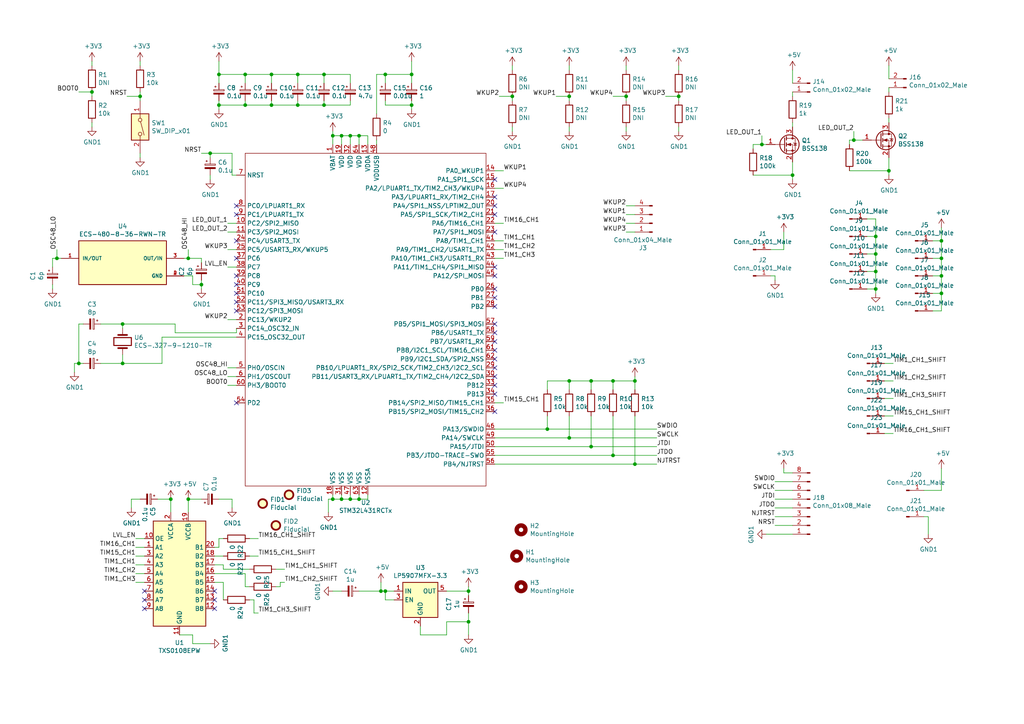
<source format=kicad_sch>
(kicad_sch (version 20231120) (generator "eeschema") (generator_version "8.0")
  (paper "A4")
  (junction (at 119.38 30.48))
  (junction (at 49.53 144.78))
  (junction (at 165.1 110.49))
  (junction (at 26.67 26.67))
  (junction (at 273.05 80.01))
  (junction (at 35.56 93.98))
  (junction (at 93.98 21.59))
  (junction (at 104.14 144.78))
  (junction (at 63.5 30.48))
  (junction (at 96.52 144.78))
  (junction (at 135.89 180.34))
  (junction (at 96.52 39.37))
  (junction (at 93.98 30.48))
  (junction (at 58.42 82.55))
  (junction (at 78.74 30.48))
  (junction (at 184.15 110.49))
  (junction (at 229.87 50.8))
  (junction (at 181.61 27.94))
  (junction (at 184.15 134.62))
  (junction (at 148.59 27.94))
  (junction (at 273.05 69.85))
  (junction (at 171.45 129.54))
  (junction (at 273.05 85.09))
  (junction (at 171.45 110.49))
  (junction (at 101.6 39.37))
  (junction (at 16.51 74.93))
  (junction (at 196.85 27.94))
  (junction (at 99.06 144.78))
  (junction (at 54.61 74.93))
  (junction (at 254 73.66))
  (junction (at 254 78.74))
  (junction (at 165.1 27.94))
  (junction (at 63.5 21.59))
  (junction (at 165.1 127))
  (junction (at 254 83.82))
  (junction (at 119.38 21.59))
  (junction (at 135.89 171.45))
  (junction (at 158.75 124.46))
  (junction (at 220.98 41.91))
  (junction (at 86.36 21.59))
  (junction (at 54.61 144.78))
  (junction (at 111.76 171.45))
  (junction (at 254 68.58))
  (junction (at 99.06 39.37))
  (junction (at 71.12 21.59))
  (junction (at 257.81 49.53))
  (junction (at 86.36 30.48))
  (junction (at 101.6 144.78))
  (junction (at 111.76 21.59))
  (junction (at 22.86 105.41))
  (junction (at 60.96 44.45))
  (junction (at 177.8 132.08))
  (junction (at 78.74 21.59))
  (junction (at 273.05 74.93))
  (junction (at 104.14 39.37))
  (junction (at 40.64 27.94))
  (junction (at 110.49 171.45))
  (junction (at 35.56 105.41))
  (junction (at 71.12 30.48))
  (junction (at 177.8 110.49))
  (junction (at 247.65 40.64))
  (no_connect (at 143.51 119.38))
  (no_connect (at 143.51 101.6))
  (no_connect (at 143.51 104.14))
  (no_connect (at 68.58 85.09))
  (no_connect (at 62.23 171.45))
  (no_connect (at 143.51 99.06))
  (no_connect (at 143.51 67.31))
  (no_connect (at 68.58 90.17))
  (no_connect (at 62.23 176.53))
  (no_connect (at 68.58 69.85))
  (no_connect (at 143.51 109.22))
  (no_connect (at 143.51 59.69))
  (no_connect (at 68.58 116.84))
  (no_connect (at 68.58 87.63))
  (no_connect (at 68.58 74.93))
  (no_connect (at 143.51 93.98))
  (no_connect (at 68.58 62.23))
  (no_connect (at 41.91 171.45))
  (no_connect (at 143.51 111.76))
  (no_connect (at 143.51 106.68))
  (no_connect (at 143.51 88.9))
  (no_connect (at 143.51 86.36))
  (no_connect (at 41.91 173.99))
  (no_connect (at 68.58 80.01))
  (no_connect (at 68.58 82.55))
  (no_connect (at 143.51 96.52))
  (no_connect (at 143.51 52.07))
  (no_connect (at 143.51 62.23))
  (no_connect (at 143.51 83.82))
  (no_connect (at 68.58 59.69))
  (no_connect (at 143.51 77.47))
  (no_connect (at 143.51 57.15))
  (no_connect (at 62.23 173.99))
  (no_connect (at 143.51 80.01))
  (no_connect (at 41.91 176.53))
  (no_connect (at 143.51 114.3))
  (wire (pts (xy 229.87 52.07) (xy 229.87 50.8)))
  (wire (pts (xy 35.56 93.98) (xy 50.8 93.98)))
  (wire (pts (xy 273.05 74.93) (xy 273.05 69.85)))
  (wire (pts (xy 45.72 144.78) (xy 49.53 144.78)))
  (wire (pts (xy 55.88 82.55) (xy 58.42 82.55)))
  (wire (pts (xy 67.31 44.45) (xy 60.96 44.45)))
  (wire (pts (xy 78.74 24.13) (xy 78.74 21.59)))
  (wire (pts (xy 104.14 144.78) (xy 106.68 144.78)))
  (wire (pts (xy 38.1 147.32) (xy 38.1 144.78)))
  (wire (pts (xy 26.67 27.94) (xy 26.67 26.67)))
  (wire (pts (xy 143.51 134.62) (xy 184.15 134.62)))
  (wire (pts (xy 40.64 19.05) (xy 40.64 17.78)))
  (wire (pts (xy 71.12 30.48) (xy 78.74 30.48)))
  (wire (pts (xy 64.77 173.99) (xy 64.77 168.91)))
  (wire (pts (xy 99.06 143.51) (xy 99.06 144.78)))
  (wire (pts (xy 22.86 105.41) (xy 22.86 93.98)))
  (wire (pts (xy 247.65 40.64) (xy 250.19 40.64)))
  (wire (pts (xy 224.79 139.7) (xy 229.87 139.7)))
  (wire (pts (xy 273.05 142.24) (xy 273.05 135.89)))
  (wire (pts (xy 15.24 74.93) (xy 15.24 77.47)))
  (wire (pts (xy 129.54 180.34) (xy 135.89 180.34)))
  (wire (pts (xy 165.1 113.03) (xy 165.1 110.49)))
  (wire (pts (xy 16.51 72.39) (xy 16.51 74.93)))
  (wire (pts (xy 73.66 173.99) (xy 72.39 173.99)))
  (wire (pts (xy 246.38 41.91) (xy 246.38 40.64)))
  (wire (pts (xy 21.59 105.41) (xy 22.86 105.41)))
  (wire (pts (xy 54.61 72.39) (xy 54.61 74.93)))
  (wire (pts (xy 143.51 129.54) (xy 171.45 129.54)))
  (wire (pts (xy 246.38 40.64) (xy 247.65 40.64)))
  (wire (pts (xy 270.51 90.17) (xy 273.05 90.17)))
  (wire (pts (xy 72.39 156.21) (xy 74.93 156.21)))
  (wire (pts (xy 257.81 49.53) (xy 257.81 45.72)))
  (wire (pts (xy 165.1 20.32) (xy 165.1 19.05)))
  (wire (pts (xy 135.89 180.34) (xy 135.89 184.15)))
  (wire (pts (xy 146.05 72.39) (xy 143.51 72.39)))
  (wire (pts (xy 49.53 148.59) (xy 49.53 144.78)))
  (wire (pts (xy 86.36 24.13) (xy 86.36 21.59)))
  (wire (pts (xy 58.42 83.82) (xy 58.42 82.55)))
  (wire (pts (xy 146.05 74.93) (xy 143.51 74.93)))
  (wire (pts (xy 184.15 134.62) (xy 184.15 120.65)))
  (wire (pts (xy 135.89 171.45) (xy 129.54 171.45)))
  (wire (pts (xy 229.87 154.94) (xy 222.25 154.94)))
  (wire (pts (xy 104.14 39.37) (xy 101.6 39.37)))
  (wire (pts (xy 270.51 80.01) (xy 273.05 80.01)))
  (wire (pts (xy 135.89 180.34) (xy 135.89 177.8)))
  (wire (pts (xy 257.81 26.67) (xy 257.81 25.4)))
  (wire (pts (xy 251.46 83.82) (xy 254 83.82)))
  (wire (pts (xy 177.8 110.49) (xy 184.15 110.49)))
  (wire (pts (xy 40.64 27.94) (xy 40.64 26.67)))
  (wire (pts (xy 181.61 64.77) (xy 184.15 64.77)))
  (wire (pts (xy 146.05 116.84) (xy 143.51 116.84)))
  (wire (pts (xy 135.89 171.45) (xy 135.89 170.18)))
  (wire (pts (xy 86.36 21.59) (xy 93.98 21.59)))
  (wire (pts (xy 96.52 39.37) (xy 96.52 38.1)))
  (wire (pts (xy 177.8 132.08) (xy 143.51 132.08)))
  (wire (pts (xy 62.23 166.37) (xy 71.12 166.37)))
  (wire (pts (xy 114.3 171.45) (xy 111.76 171.45)))
  (wire (pts (xy 95.25 148.59) (xy 95.25 144.78)))
  (wire (pts (xy 229.87 27.94) (xy 229.87 26.67)))
  (wire (pts (xy 93.98 29.21) (xy 93.98 30.48)))
  (wire (pts (xy 177.8 27.94) (xy 181.61 27.94)))
  (wire (pts (xy 254 78.74) (xy 254 73.66)))
  (wire (pts (xy 273.05 90.17) (xy 273.05 85.09)))
  (wire (pts (xy 254 73.66) (xy 254 68.58)))
  (wire (pts (xy 63.5 158.75) (xy 63.5 156.21)))
  (wire (pts (xy 269.24 149.86) (xy 269.24 154.94)))
  (wire (pts (xy 165.1 38.1) (xy 165.1 36.83)))
  (wire (pts (xy 119.38 31.75) (xy 119.38 30.48)))
  (wire (pts (xy 54.61 144.78) (xy 58.42 144.78)))
  (wire (pts (xy 63.5 21.59) (xy 63.5 17.78)))
  (wire (pts (xy 50.8 93.98) (xy 50.8 96.52)))
  (wire (pts (xy 111.76 171.45) (xy 110.49 171.45)))
  (wire (pts (xy 71.12 24.13) (xy 71.12 21.59)))
  (wire (pts (xy 110.49 168.91) (xy 110.49 171.45)))
  (wire (pts (xy 36.83 27.94) (xy 40.64 27.94)))
  (wire (pts (xy 259.08 115.57) (xy 256.54 115.57)))
  (wire (pts (xy 101.6 144.78) (xy 104.14 144.78)))
  (wire (pts (xy 58.42 74.93) (xy 54.61 74.93)))
  (wire (pts (xy 71.12 166.37) (xy 71.12 170.18)))
  (wire (pts (xy 227.33 72.39) (xy 227.33 67.31)))
  (wire (pts (xy 111.76 21.59) (xy 119.38 21.59)))
  (wire (pts (xy 55.88 80.01) (xy 55.88 82.55)))
  (wire (pts (xy 21.59 107.95) (xy 21.59 105.41)))
  (wire (pts (xy 99.06 39.37) (xy 96.52 39.37)))
  (wire (pts (xy 270.51 69.85) (xy 273.05 69.85)))
  (wire (pts (xy 38.1 144.78) (xy 40.64 144.78)))
  (wire (pts (xy 60.96 45.72) (xy 60.96 44.45)))
  (wire (pts (xy 101.6 39.37) (xy 99.06 39.37)))
  (wire (pts (xy 63.5 144.78) (xy 67.31 144.78)))
  (wire (pts (xy 60.96 52.07) (xy 60.96 50.8)))
  (wire (pts (xy 184.15 113.03) (xy 184.15 110.49)))
  (wire (pts (xy 165.1 127) (xy 143.51 127)))
  (wire (pts (xy 109.22 41.91) (xy 109.22 40.64)))
  (wire (pts (xy 54.61 144.78) (xy 54.61 148.59)))
  (wire (pts (xy 223.52 72.39) (xy 227.33 72.39)))
  (wire (pts (xy 184.15 110.49) (xy 184.15 109.22)))
  (wire (pts (xy 66.04 92.71) (xy 68.58 92.71)))
  (wire (pts (xy 101.6 144.78) (xy 101.6 143.51)))
  (wire (pts (xy 111.76 21.59) (xy 111.76 24.13)))
  (wire (pts (xy 196.85 29.21) (xy 196.85 27.94)))
  (wire (pts (xy 63.5 29.21) (xy 63.5 30.48)))
  (wire (pts (xy 109.22 21.59) (xy 111.76 21.59)))
  (wire (pts (xy 229.87 50.8) (xy 218.44 50.8)))
  (wire (pts (xy 22.86 93.98) (xy 24.13 93.98)))
  (wire (pts (xy 129.54 184.15) (xy 129.54 180.34)))
  (wire (pts (xy 111.76 173.99) (xy 111.76 171.45)))
  (wire (pts (xy 58.42 76.2) (xy 58.42 74.93)))
  (wire (pts (xy 259.08 110.49) (xy 256.54 110.49)))
  (wire (pts (xy 273.05 80.01) (xy 273.05 74.93)))
  (wire (pts (xy 119.38 21.59) (xy 119.38 17.78)))
  (wire (pts (xy 121.92 184.15) (xy 129.54 184.15)))
  (wire (pts (xy 39.37 156.21) (xy 41.91 156.21)))
  (wire (pts (xy 46.99 97.79) (xy 46.99 105.41)))
  (wire (pts (xy 106.68 144.78) (xy 106.68 143.51)))
  (wire (pts (xy 196.85 20.32) (xy 196.85 19.05)))
  (wire (pts (xy 257.81 50.8) (xy 257.81 49.53)))
  (wire (pts (xy 101.6 29.21) (xy 101.6 30.48)))
  (wire (pts (xy 109.22 33.02) (xy 109.22 21.59)))
  (wire (pts (xy 144.78 27.94) (xy 148.59 27.94)))
  (wire (pts (xy 63.5 30.48) (xy 63.5 31.75)))
  (wire (pts (xy 251.46 63.5) (xy 254 63.5)))
  (wire (pts (xy 68.58 97.79) (xy 46.99 97.79)))
  (wire (pts (xy 35.56 95.25) (xy 35.56 93.98)))
  (wire (pts (xy 119.38 30.48) (xy 111.76 30.48)))
  (wire (pts (xy 273.05 74.93) (xy 270.51 74.93)))
  (wire (pts (xy 254 83.82) (xy 254 85.09)))
  (wire (pts (xy 39.37 158.75) (xy 41.91 158.75)))
  (wire (pts (xy 80.01 165.1) (xy 82.55 165.1)))
  (wire (pts (xy 66.04 77.47) (xy 68.58 77.47)))
  (wire (pts (xy 66.04 72.39) (xy 68.58 72.39)))
  (wire (pts (xy 247.65 38.1) (xy 247.65 40.64)))
  (wire (pts (xy 101.6 30.48) (xy 93.98 30.48)))
  (wire (pts (xy 55.88 186.69) (xy 55.88 184.15)))
  (wire (pts (xy 63.5 21.59) (xy 71.12 21.59)))
  (wire (pts (xy 40.64 45.72) (xy 40.64 44.45)))
  (wire (pts (xy 74.93 177.8) (xy 73.66 177.8)))
  (wire (pts (xy 269.24 149.86) (xy 267.97 149.86)))
  (wire (pts (xy 64.77 165.1) (xy 72.39 165.1)))
  (wire (pts (xy 73.66 177.8) (xy 73.66 173.99)))
  (wire (pts (xy 273.05 85.09) (xy 273.05 80.01)))
  (wire (pts (xy 146.05 69.85) (xy 143.51 69.85)))
  (wire (pts (xy 110.49 171.45) (xy 104.14 171.45)))
  (wire (pts (xy 101.6 21.59) (xy 93.98 21.59)))
  (wire (pts (xy 119.38 29.21) (xy 119.38 30.48)))
  (wire (pts (xy 26.67 19.05) (xy 26.67 17.78)))
  (wire (pts (xy 67.31 50.8) (xy 67.31 44.45)))
  (wire (pts (xy 254 73.66) (xy 251.46 73.66)))
  (wire (pts (xy 16.51 74.93) (xy 15.24 74.93)))
  (wire (pts (xy 227.33 137.16) (xy 227.33 135.89)))
  (wire (pts (xy 229.87 137.16) (xy 227.33 137.16)))
  (wire (pts (xy 158.75 124.46) (xy 190.5 124.46)))
  (wire (pts (xy 62.23 163.83) (xy 64.77 163.83)))
  (wire (pts (xy 193.04 27.94) (xy 196.85 27.94)))
  (wire (pts (xy 54.61 74.93) (xy 53.34 74.93)))
  (wire (pts (xy 39.37 163.83) (xy 41.91 163.83)))
  (wire (pts (xy 224.79 81.28) (xy 224.79 80.01)))
  (wire (pts (xy 67.31 147.32) (xy 67.31 144.78)))
  (wire (pts (xy 181.61 59.69) (xy 184.15 59.69)))
  (wire (pts (xy 78.74 21.59) (xy 86.36 21.59)))
  (wire (pts (xy 158.75 124.46) (xy 158.75 120.65)))
  (wire (pts (xy 224.79 80.01) (xy 223.52 80.01)))
  (wire (pts (xy 63.5 30.48) (xy 71.12 30.48)))
  (wire (pts (xy 64.77 168.91) (xy 62.23 168.91)))
  (wire (pts (xy 148.59 29.21) (xy 148.59 27.94)))
  (wire (pts (xy 121.92 181.61) (xy 121.92 184.15)))
  (wire (pts (xy 63.5 156.21) (xy 64.77 156.21)))
  (wire (pts (xy 95.25 144.78) (xy 96.52 144.78)))
  (wire (pts (xy 15.24 83.82) (xy 15.24 82.55)))
  (wire (pts (xy 71.12 170.18) (xy 72.39 170.18)))
  (wire (pts (xy 96.52 171.45) (xy 99.06 171.45)))
  (wire (pts (xy 165.1 110.49) (xy 171.45 110.49)))
  (wire (pts (xy 184.15 134.62) (xy 190.5 134.62)))
  (wire (pts (xy 161.29 27.94) (xy 165.1 27.94)))
  (wire (pts (xy 224.79 144.78) (xy 229.87 144.78)))
  (wire (pts (xy 66.04 109.22) (xy 68.58 109.22)))
  (wire (pts (xy 64.77 161.29) (xy 62.23 161.29)))
  (wire (pts (xy 171.45 129.54) (xy 190.5 129.54)))
  (wire (pts (xy 257.81 49.53) (xy 246.38 49.53)))
  (wire (pts (xy 229.87 50.8) (xy 229.87 46.99)))
  (wire (pts (xy 259.08 105.41) (xy 256.54 105.41)))
  (wire (pts (xy 55.88 184.15) (xy 52.07 184.15)))
  (wire (pts (xy 218.44 41.91) (xy 220.98 41.91)))
  (wire (pts (xy 93.98 21.59) (xy 93.98 24.13)))
  (wire (pts (xy 40.64 29.21) (xy 40.64 27.94)))
  (wire (pts (xy 218.44 43.18) (xy 218.44 41.91)))
  (wire (pts (xy 114.3 173.99) (xy 111.76 173.99)))
  (wire (pts (xy 22.86 26.67) (xy 26.67 26.67)))
  (wire (pts (xy 78.74 30.48) (xy 86.36 30.48)))
  (wire (pts (xy 259.08 120.65) (xy 256.54 120.65)))
  (wire (pts (xy 39.37 161.29) (xy 41.91 161.29)))
  (wire (pts (xy 165.1 120.65) (xy 165.1 127)))
  (wire (pts (xy 39.37 166.37) (xy 41.91 166.37)))
  (wire (pts (xy 104.14 143.51) (xy 104.14 144.78)))
  (wire (pts (xy 50.8 96.52) (xy 68.58 96.52)))
  (wire (pts (xy 224.79 142.24) (xy 229.87 142.24)))
  (wire (pts (xy 35.56 102.87) (xy 35.56 105.41)))
  (wire (pts (xy 82.55 168.91) (xy 81.28 168.91)))
  (wire (pts (xy 224.79 152.4) (xy 229.87 152.4)))
  (wire (pts (xy 68.58 96.52) (xy 68.58 95.25)))
  (wire (pts (xy 66.04 67.31) (xy 68.58 67.31)))
  (wire (pts (xy 259.08 125.73) (xy 256.54 125.73)))
  (wire (pts (xy 196.85 38.1) (xy 196.85 36.83)))
  (wire (pts (xy 22.86 105.41) (xy 24.13 105.41)))
  (wire (pts (xy 171.45 129.54) (xy 171.45 120.65)))
  (wire (pts (xy 177.8 132.08) (xy 190.5 132.08)))
  (wire (pts (xy 181.61 38.1) (xy 181.61 36.83)))
  (wire (pts (xy 74.93 161.29) (xy 72.39 161.29)))
  (wire (pts (xy 29.21 93.98) (xy 35.56 93.98)))
  (wire (pts (xy 17.78 74.93) (xy 16.51 74.93)))
  (wire (pts (xy 143.51 124.46) (xy 158.75 124.46)))
  (wire (pts (xy 99.06 144.78) (xy 101.6 144.78)))
  (wire (pts (xy 78.74 30.48) (xy 78.74 29.21)))
  (wire (pts (xy 135.89 172.72) (xy 135.89 171.45)))
  (wire (pts (xy 81.28 170.18) (xy 80.01 170.18)))
  (wire (pts (xy 26.67 36.83) (xy 26.67 35.56)))
  (wire (pts (xy 165.1 127) (xy 190.5 127)))
  (wire (pts (xy 229.87 24.13) (xy 229.87 20.32)))
  (wire (pts (xy 71.12 21.59) (xy 78.74 21.59)))
  (wire (pts (xy 106.68 39.37) (xy 104.14 39.37)))
  (wire (pts (xy 229.87 36.83) (xy 229.87 35.56)))
  (wire (pts (xy 257.81 22.86) (xy 257.81 19.05)))
  (wire (pts (xy 181.61 62.23) (xy 184.15 62.23)))
  (wire (pts (xy 66.04 64.77) (xy 68.58 64.77)))
  (wire (pts (xy 254 78.74) (xy 254 83.82)))
  (wire (pts (xy 267.97 142.24) (xy 273.05 142.24)))
  (wire (pts (xy 158.75 110.49) (xy 165.1 110.49)))
  (wire (pts (xy 93.98 30.48) (xy 86.36 30.48)))
  (wire (pts (xy 58.42 82.55) (xy 58.42 81.28)))
  (wire (pts (xy 63.5 24.13) (xy 63.5 21.59)))
  (wire (pts (xy 257.81 35.56) (xy 257.81 34.29)))
  (wire (pts (xy 60.96 44.45) (xy 58.42 44.45)))
  (wire (pts (xy 41.91 168.91) (xy 39.37 168.91)))
  (wire (pts (xy 220.98 41.91) (xy 222.25 41.91)))
  (wire (pts (xy 220.98 39.37) (xy 220.98 41.91)))
  (wire (pts (xy 270.51 85.09) (xy 273.05 85.09)))
  (wire (pts (xy 146.05 49.53) (xy 143.51 49.53)))
  (wire (pts (xy 29.21 105.41) (xy 35.56 105.41)))
  (wire (pts (xy 177.8 113.03) (xy 177.8 110.49)))
  (wire (pts (xy 177.8 110.49) (xy 171.45 110.49)))
  (wire (pts (xy 106.68 41.91) (xy 106.68 39.37)))
  (wire (pts (xy 158.75 113.03) (xy 158.75 110.49)))
  (wire (pts (xy 251.46 78.74) (xy 254 78.74)))
  (wire (pts (xy 62.23 158.75) (xy 63.5 158.75)))
  (wire (pts (xy 96.52 41.91) (xy 96.52 39.37)))
  (wire (pts (xy 53.34 80.01) (xy 55.88 80.01)))
  (wire (pts (xy 171.45 110.49) (xy 171.45 113.03)))
  (wire (pts (xy 181.61 20.32) (xy 181.61 19.05)))
  (wire (pts (xy 71.12 30.48) (xy 71.12 29.21)))
  (wire (pts (xy 224.79 149.86) (xy 229.87 149.86)))
  (wire (pts (xy 60.96 186.69) (xy 55.88 186.69)))
  (wire (pts (xy 96.52 144.78) (xy 99.06 144.78)))
  (wire (pts (xy 146.05 54.61) (xy 143.51 54.61)))
  (wire (pts (xy 165.1 29.21) (xy 165.1 27.94)))
  (wire (pts (xy 81.28 168.91) (xy 81.28 170.18)))
  (wire (pts (xy 224.79 147.32) (xy 229.87 147.32)))
  (wire (pts (xy 111.76 29.21) (xy 111.76 30.48)))
  (wire (pts (xy 181.61 29.21) (xy 181.61 27.94)))
  (wire (pts (xy 66.04 111.76) (xy 68.58 111.76)))
  (wire (pts (xy 181.61 67.31) (xy 184.15 67.31)))
  (wire (pts (xy 68.58 50.8) (xy 67.31 50.8)))
  (wire (pts (xy 66.04 106.68) (xy 68.58 106.68)))
  (wire (pts (xy 119.38 24.13) (xy 119.38 21.59)))
  (wire (pts (xy 148.59 20.32) (xy 148.59 19.05)))
  (wire (pts (xy 148.59 38.1) (xy 148.59 36.83)))
  (wire (pts (xy 96.52 144.78) (xy 96.52 143.51)))
  (wire (pts (xy 64.77 163.83) (xy 64.77 165.1)))
  (wire (pts (xy 101.6 41.91) (xy 101.6 39.37)))
  (wire (pts (xy 99.06 41.91) (xy 99.06 39.37)))
  (wire (pts (xy 146.05 64.77) (xy 143.51 64.77)))
  (wire (pts (xy 251.46 68.58) (xy 254 68.58)))
  (wire (pts (xy 104.14 41.91) (xy 104.14 39.37)))
  (wire (pts (xy 254 63.5) (xy 254 68.58)))
  (wire (pts (xy 46.99 105.41) (xy 35.56 105.41)))
  (wire (pts (xy 101.6 24.13) (xy 101.6 21.59)))
  (wire (pts (xy 86.36 30.48) (xy 86.36 29.21)))
  (wire (pts (xy 273.05 69.85) (xy 273.05 66.04)))
  (wire (pts (xy 177.8 132.08) (xy 177.8 120.65)))
  (label "TIM1_CH1" (at 39.37 163.83 180))
  (label "LVL_EN" (at 66.04 77.47 180))
  (label "TIM1_CH1" (at 146.05 69.85 0))
  (label "TIM1_CH2" (at 146.05 72.39 0))
  (label "WKUP3" (at 181.61 67.31 180))
  (label "NRST" (at 224.79 152.4 180))
  (label "WKUP2" (at 144.78 27.94 180))
  (label "SWDIO" (at 224.79 139.7 180))
  (label "LED_OUT_1" (at 66.04 64.77 180))
  (label "WKUP4" (at 181.61 64.77 180))
  (label "TIM15_CH1_SHIFT" (at 74.93 161.29 0))
  (label "TIM1_CH1_SHIFT" (at 259.08 105.41 0))
  (label "TIM1_CH3" (at 146.05 74.93 0))
  (label "TIM15_CH1_SHIFT" (at 259.08 120.65 0))
  (label "OSC48_HI" (at 54.61 72.39 90))
  (label "TIM1_CH3_SHIFT" (at 259.08 115.57 0))
  (label "WKUP1" (at 146.05 49.53 0))
  (label "WKUP2" (at 181.61 59.69 180))
  (label "TIM1_CH1_SHIFT" (at 82.55 165.1 0))
  (label "WKUP4" (at 177.8 27.94 180))
  (label "NJTRST" (at 190.5 134.62 0))
  (label "WKUP1" (at 161.29 27.94 180))
  (label "JTDO" (at 224.79 147.32 180))
  (label "WKUP3" (at 66.04 72.39 180))
  (label "JTDI" (at 190.5 129.54 0))
  (label "LVL_EN" (at 39.37 156.21 180))
  (label "TIM15_CH1" (at 146.05 116.84 0))
  (label "JTDO" (at 190.5 132.08 0))
  (label "SWDIO" (at 190.5 124.46 0))
  (label "LED_OUT_2" (at 66.04 67.31 180))
  (label "NJTRST" (at 224.79 149.86 180))
  (label "NRST" (at 58.42 44.45 180))
  (label "LED_OUT_1" (at 220.98 39.37 180))
  (label "TIM15_CH1" (at 39.37 161.29 180))
  (label "WKUP4" (at 146.05 54.61 0))
  (label "SWCLK" (at 224.79 142.24 180))
  (label "TIM1_CH3_SHIFT" (at 74.93 177.8 0))
  (label "TIM16_CH1" (at 39.37 158.75 180))
  (label "WKUP3" (at 193.04 27.94 180))
  (label "WKUP2" (at 66.04 92.71 180))
  (label "JTDI" (at 224.79 144.78 180))
  (label "BOOT0" (at 66.04 111.76 180))
  (label "TIM1_CH2_SHIFT" (at 259.08 110.49 0))
  (label "LED_OUT_2" (at 247.65 38.1 180))
  (label "OSC48_LO" (at 66.04 109.22 180))
  (label "TIM1_CH2_SHIFT" (at 82.55 168.91 0))
  (label "SWCLK" (at 190.5 127 0))
  (label "BOOT0" (at 22.86 26.67 180))
  (label "TIM1_CH3" (at 39.37 168.91 180))
  (label "OSC48_HI" (at 66.04 106.68 180))
  (label "TIM16_CH1_SHIFT" (at 259.08 125.73 0))
  (label "TIM16_CH1" (at 146.05 64.77 0))
  (label "TIM16_CH1_SHIFT" (at 74.93 156.21 0))
  (label "OSC48_LO" (at 16.51 72.39 90))
  (label "NRST" (at 36.83 27.94 180))
  (label "TIM1_CH2" (at 39.37 166.37 180))
  (label "WKUP1" (at 181.61 62.23 180))
  (symbol (lib_id "small_led_driver_v2-rescue:STM32L431RCTx-MCU_ST_STM32L4") (at 80.01 71.12 0) (unit 1)
    (property "Reference" "U2" (at 106.045 145.7706 0))
    (property "Value" "STM32L431RCTx" (at 106.045 148.082 0))
    (property "Footprint" "Package_QFP:LQFP-64_10x10mm_P0.5mm" (effects (hide yes)))
    (property "Datasheet" "http://www.st.com/st-web-ui/static/active/en/resource/technical/document/datasheet/DM00257211.pdf" (effects (hide yes)))
  )
  (symbol (lib_id "small_led_driver_v2-rescue:CP_Small-Device") (at 63.5 26.67 0) (unit 1)
    (property "Reference" "C8" (at 65.7352 25.5016 0) (effects (justify left)))
    (property "Value" "0.1u" (at 65.7352 27.813 0) (effects (justify left)))
    (property "Footprint" "Capacitor_SMD:C_0603_1608Metric_Pad1.05x0.95mm_HandSolder" (effects (hide yes)))
  )
  (symbol (lib_id "small_led_driver_v2-rescue:CP_Small-Device") (at 71.12 26.67 0) (unit 1)
    (property "Reference" "C9" (at 73.3552 25.5016 0) (effects (justify left)))
    (property "Value" "0.1u" (at 73.3552 27.813 0) (effects (justify left)))
    (property "Footprint" "Capacitor_SMD:C_0603_1608Metric_Pad1.05x0.95mm_HandSolder" (effects (hide yes)))
  )
  (symbol (lib_id "small_led_driver_v2-rescue:CP_Small-Device") (at 78.74 26.67 0) (unit 1)
    (property "Reference" "C10" (at 80.9752 25.5016 0) (effects (justify left)))
    (property "Value" "0.1u" (at 80.9752 27.813 0) (effects (justify left)))
    (property "Footprint" "Capacitor_SMD:C_0603_1608Metric_Pad1.05x0.95mm_HandSolder" (effects (hide yes)))
  )
  (symbol (lib_id "small_led_driver_v2-rescue:CP_Small-Device") (at 86.36 26.67 0) (unit 1)
    (property "Reference" "C11" (at 88.5952 25.5016 0) (effects (justify left)))
    (property "Value" "0.1u" (at 88.5952 27.813 0) (effects (justify left)))
    (property "Footprint" "Capacitor_SMD:C_0603_1608Metric_Pad1.05x0.95mm_HandSolder" (effects (hide yes)))
  )
  (symbol (lib_id "small_led_driver_v2-rescue:CP_Small-Device") (at 93.98 26.67 0) (unit 1)
    (property "Reference" "C12" (at 96.2152 25.5016 0) (effects (justify left)))
    (property "Value" "0.1u" (at 96.2152 27.813 0) (effects (justify left)))
    (property "Footprint" "Capacitor_SMD:C_0603_1608Metric_Pad1.05x0.95mm_HandSolder" (effects (hide yes)))
  )
  (symbol (lib_id "small_led_driver_v2-rescue:CP_Small-Device") (at 101.6 26.67 0) (unit 1)
    (property "Reference" "C13" (at 103.8352 25.5016 0) (effects (justify left)))
    (property "Value" "4.7u" (at 103.8352 27.813 0) (effects (justify left)))
    (property "Footprint" "Capacitor_SMD:C_0603_1608Metric_Pad1.05x0.95mm_HandSolder" (effects (hide yes)))
  )
  (symbol (lib_id "small_led_driver_v2-rescue:GND1-power") (at 63.5 31.75 0) (unit 1)
    (property "Reference" "#PWR0101" (effects (hide yes)))
    (property "Value" "GND1" (at 63.627 36.1442 0))
  )
  (symbol (lib_id "small_led_driver_v2-rescue:+3.3V-power") (at 63.5 17.78 0) (unit 1)
    (property "Reference" "#PWR0102" (effects (hide yes)))
    (property "Value" "+3V3" (at 63.881 13.3858 0))
  )
  (symbol (lib_id "small_led_driver_v2-rescue:CP_Small-Device") (at 111.76 26.67 0) (unit 1)
    (property "Reference" "C15" (at 113.9952 25.5016 0) (effects (justify left)))
    (property "Value" "0.01u" (at 113.9952 27.813 0) (effects (justify left)))
    (property "Footprint" "Capacitor_SMD:C_0603_1608Metric_Pad1.05x0.95mm_HandSolder" (effects (hide yes)))
  )
  (symbol (lib_id "small_led_driver_v2-rescue:CP_Small-Device") (at 119.38 26.67 0) (unit 1)
    (property "Reference" "C16" (at 121.6152 25.5016 0) (effects (justify left)))
    (property "Value" "1" (at 121.6152 27.813 0) (effects (justify left)))
    (property "Footprint" "Capacitor_SMD:C_0603_1608Metric_Pad1.05x0.95mm_HandSolder" (effects (hide yes)))
  )
  (symbol (lib_id "small_led_driver_v2-rescue:GND1-power") (at 119.38 31.75 0) (unit 1)
    (property "Reference" "#PWR0103" (effects (hide yes)))
    (property "Value" "GND1" (at 119.507 36.1442 0))
  )
  (symbol (lib_id "small_led_driver_v2-rescue:+3.3V-power") (at 119.38 17.78 0) (unit 1)
    (property "Reference" "#PWR0104" (effects (hide yes)))
    (property "Value" "+3V3" (at 119.761 13.3858 0))
  )
  (symbol (lib_id "small_led_driver_v2-rescue:GND1-power") (at 95.25 148.59 0) (unit 1)
    (property "Reference" "#PWR0105" (effects (hide yes)))
    (property "Value" "GND1" (at 95.377 152.9842 0))
  )
  (symbol (lib_id "small_led_driver_v2-rescue:+3.3V-power") (at 96.52 38.1 0) (unit 1)
    (property "Reference" "#PWR0106" (effects (hide yes)))
    (property "Value" "+3V3" (at 96.901 33.7058 0))
  )
  (symbol (lib_id "Device:R") (at 109.22 36.83 0) (unit 1)
    (property "Reference" "R4" (at 110.998 35.6616 0) (effects (justify left)))
    (property "Value" "0" (at 110.998 37.973 0) (effects (justify left)))
    (property "Footprint" "Resistor_SMD:R_0603_1608Metric_Pad1.05x0.95mm_HandSolder" (effects (hide yes)))
  )
  (symbol (lib_id "small_led_driver_v2-rescue:CP_Small-Device") (at 60.96 48.26 0) (unit 1)
    (property "Reference" "C6" (at 63.1952 47.0916 0) (effects (justify left)))
    (property "Value" "0.1u" (at 63.1952 49.403 0) (effects (justify left)))
    (property "Footprint" "Capacitor_SMD:C_0603_1608Metric_Pad1.05x0.95mm_HandSolder" (effects (hide yes)))
  )
  (symbol (lib_id "small_led_driver_v2-rescue:Conn_01x01_Male-Connector") (at 265.43 69.85 0) (unit 1)
    (property "Reference" "J5" (at 268.1732 65.2526 0))
    (property "Value" "Conn_01x01_Male" (at 268.1732 67.564 0))
    (property "Footprint" "Connector_Pin:Pin_D1.3mm_L11.0mm" (effects (hide yes)))
  )
  (symbol (lib_id "small_led_driver_v2-rescue:GND1-power") (at 60.96 52.07 0) (unit 1)
    (property "Reference" "#PWR0107" (effects (hide yes)))
    (property "Value" "GND1" (at 61.087 56.4642 0))
  )
  (symbol (lib_id "Switch:SW_DIP_x01") (at 40.64 36.83 270) (unit 1)
    (property "Reference" "SW1" (at 43.942 35.6616 90) (effects (justify left)))
    (property "Value" "SW_DIP_x01" (at 43.942 37.973 90) (effects (justify left)))
    (property "Footprint" "Connector_PinHeader_2.54mm:PinHeader_1x02_P2.54mm_Vertical" (effects (hide yes)))
  )
  (symbol (lib_id "small_led_driver_v2-rescue:GND1-power") (at 40.64 45.72 0) (unit 1)
    (property "Reference" "#PWR0108" (effects (hide yes)))
    (property "Value" "GND1" (at 40.767 50.1142 0))
  )
  (symbol (lib_id "Device:R") (at 40.64 22.86 0) (unit 1)
    (property "Reference" "R3" (at 42.418 21.6916 0) (effects (justify left)))
    (property "Value" "10k" (at 42.418 24.003 0) (effects (justify left)))
    (property "Footprint" "Resistor_SMD:R_0603_1608Metric_Pad1.05x0.95mm_HandSolder" (effects (hide yes)))
  )
  (symbol (lib_id "small_led_driver_v2-rescue:+3.3V-power") (at 40.64 17.78 0) (unit 1)
    (property "Reference" "#PWR0109" (effects (hide yes)))
    (property "Value" "+3V3" (at 41.021 13.3858 0))
  )
  (symbol (lib_id "Device:Crystal") (at 35.56 99.06 270) (unit 1)
    (property "Reference" "U6" (at 38.8874 97.8916 90) (effects (justify left)))
    (property "Value" "ECS-.327-9-1210-TR" (at 38.8874 100.203 90) (effects (justify left)))
    (property "Footprint" "ECS-:XTAL_ECS-.327-9-1210-TR" (effects (hide yes)))
  )
  (symbol (lib_id "small_led_driver_v2-rescue:CP_Small-Device") (at 26.67 93.98 270) (unit 1)
    (property "Reference" "C3" (at 26.67 88.265 90))
    (property "Value" "8p" (at 26.67 90.5764 90))
    (property "Footprint" "Capacitor_SMD:C_0603_1608Metric_Pad1.05x0.95mm_HandSolder" (effects (hide yes)))
  )
  (symbol (lib_id "small_led_driver_v2-rescue:Conn_01x08_Male-Connector") (at 234.95 147.32 180) (unit 1)
    (property "Reference" "J18" (at 235.6612 144.3228 0) (effects (justify right)))
    (property "Value" "Conn_01x08_Male" (at 235.6612 146.6342 0) (effects (justify right)))
    (property "Footprint" "Connector_PinHeader_2.54mm:PinHeader_2x04_P2.54mm_Vertical" (effects (hide yes)))
  )
  (symbol (lib_id "small_led_driver_v2-rescue:CP_Small-Device") (at 26.67 105.41 270) (unit 1)
    (property "Reference" "C4" (at 26.67 99.695 90))
    (property "Value" "8p" (at 26.67 102.0064 90))
    (property "Footprint" "Capacitor_SMD:C_0603_1608Metric_Pad1.05x0.95mm_HandSolder" (effects (hide yes)))
  )
  (symbol (lib_id "small_led_driver_v2-rescue:GND1-power") (at 21.59 107.95 0) (unit 1)
    (property "Reference" "#PWR0110" (effects (hide yes)))
    (property "Value" "GND1" (at 21.717 112.3442 0))
  )
  (symbol (lib_id "small_led_driver_v2-rescue:CP_Small-Device") (at 15.24 80.01 0) (unit 1)
    (property "Reference" "C1" (at 9.525 80.01 90))
    (property "Value" "6p" (at 11.8364 80.01 90))
    (property "Footprint" "Capacitor_SMD:C_0603_1608Metric_Pad1.05x0.95mm_HandSolder" (effects (hide yes)))
  )
  (symbol (lib_id "small_led_driver_v2-rescue:CP_Small-Device") (at 58.42 78.74 0) (unit 1)
    (property "Reference" "C2" (at 52.705 78.74 90))
    (property "Value" "6p" (at 55.0164 78.74 90))
    (property "Footprint" "Capacitor_SMD:C_0603_1608Metric_Pad1.05x0.95mm_HandSolder" (effects (hide yes)))
  )
  (symbol (lib_id "small_led_driver_v2-rescue:Conn_01x01_Male-Connector") (at 265.43 74.93 0) (unit 1)
    (property "Reference" "J6" (at 268.1732 70.3326 0))
    (property "Value" "Conn_01x01_Male" (at 268.1732 72.644 0))
    (property "Footprint" "Connector_Pin:Pin_D1.3mm_L11.0mm" (effects (hide yes)))
  )
  (symbol (lib_id "small_led_driver_v2-rescue:GND1-power") (at 222.25 154.94 270) (unit 1)
    (property "Reference" "#PWR01" (effects (hide yes)))
    (property "Value" "GND1" (at 217.8558 155.067 0))
  )
  (symbol (lib_id "Device:R") (at 26.67 22.86 0) (unit 1)
    (property "Reference" "R1" (at 28.448 21.6916 0) (effects (justify left)))
    (property "Value" "DNI" (at 28.448 24.003 0) (effects (justify left)))
    (property "Footprint" "Resistor_SMD:R_0603_1608Metric_Pad1.05x0.95mm_HandSolder" (effects (hide yes)))
  )
  (symbol (lib_id "small_led_driver_v2-rescue:+3.3V-power") (at 26.67 17.78 0) (unit 1)
    (property "Reference" "#PWR0112" (effects (hide yes)))
    (property "Value" "+3V3" (at 27.051 13.3858 0))
  )
  (symbol (lib_id "small_led_driver_v2-rescue:GND1-power") (at 26.67 36.83 0) (unit 1)
    (property "Reference" "#PWR0113" (effects (hide yes)))
    (property "Value" "GND1" (at 26.797 41.2242 0))
  )
  (symbol (lib_id "Device:R") (at 26.67 31.75 0) (unit 1)
    (property "Reference" "R2" (at 28.448 30.5816 0) (effects (justify left)))
    (property "Value" "10k" (at 28.448 32.893 0) (effects (justify left)))
    (property "Footprint" "Resistor_SMD:R_0603_1608Metric_Pad1.05x0.95mm_HandSolder" (effects (hide yes)))
  )
  (symbol (lib_id "small_led_driver_v2-rescue:Conn_01x01_Male-Connector") (at 265.43 80.01 0) (unit 1)
    (property "Reference" "J7" (at 268.1732 75.4126 0))
    (property "Value" "Conn_01x01_Male" (at 268.1732 77.724 0))
    (property "Footprint" "Connector_Pin:Pin_D1.3mm_L11.0mm" (effects (hide yes)))
  )
  (symbol (lib_id "small_led_driver_v2-rescue:Conn_01x01_Male-Connector") (at 265.43 85.09 0) (unit 1)
    (property "Reference" "J8" (at 268.1732 80.4926 0))
    (property "Value" "Conn_01x01_Male" (at 268.1732 82.804 0))
    (property "Footprint" "Connector_Pin:Pin_D1.3mm_L11.0mm" (effects (hide yes)))
  )
  (symbol (lib_id "small_led_driver_v2-rescue:Conn_01x04_Male-Connector") (at 189.23 64.77 180) (unit 1)
    (property "Reference" "J3" (at 186.4868 71.9074 0))
    (property "Value" "Conn_01x04_Male" (at 186.4868 69.596 0))
    (property "Footprint" "Connector_PinHeader_2.54mm:PinHeader_1x04_P2.54mm_Vertical" (effects (hide yes)))
  )
  (symbol (lib_id "small_led_driver_v2-rescue:ECS-480-8-36-RWN-TR-ECS-480-8-36-RWN-TR") (at 35.56 77.47 0) (unit 1)
    (property "Reference" "U4" (at 35.56 65.6082 0))
    (property "Value" "ECS-480-8-36-RWN-TR" (at 35.56 67.9196 0))
    (property "Footprint" "XTAL_ECS-480-8-36-RWN-TR" (effects (hide yes)))
    (property "Description" "ECS INC" (effects (hide yes)))
    (property "DESCRIPTION" "The minature ECX-2236 is a compact SMD Crystal. The industry standard 2.5 x 2.0 x 0.55 mm ceramic package is ideal for today’s SMD manufacturing environment." (effects (hide yes)))
    (property "STANDARD" "Manufacturer Recommendation" (effects (hide yes)))
    (property "MP" "ECX-2236" (effects (hide yes)))
    (property "PACKAGE" "SMD-4 ECX" (effects (hide yes)))
    (property "AVAILABILITY" "Good" (effects (hide yes)))
    (property "PARTREV" "2017" (effects (hide yes)))
  )
  (symbol (lib_id "Device:R") (at 158.75 116.84 0) (unit 1)
    (property "Reference" "R5" (at 160.528 115.6716 0) (effects (justify left)))
    (property "Value" "10k" (at 160.528 117.983 0) (effects (justify left)))
    (property "Footprint" "Resistor_SMD:R_0603_1608Metric_Pad1.05x0.95mm_HandSolder" (effects (hide yes)))
  )
  (symbol (lib_id "Device:R") (at 165.1 116.84 0) (unit 1)
    (property "Reference" "R8" (at 166.878 115.6716 0) (effects (justify left)))
    (property "Value" "10k" (at 166.878 117.983 0) (effects (justify left)))
    (property "Footprint" "Resistor_SMD:R_0603_1608Metric_Pad1.05x0.95mm_HandSolder" (effects (hide yes)))
  )
  (symbol (lib_id "Device:R") (at 171.45 116.84 0) (unit 1)
    (property "Reference" "R9" (at 173.228 115.6716 0) (effects (justify left)))
    (property "Value" "10k" (at 173.228 117.983 0) (effects (justify left)))
    (property "Footprint" "Resistor_SMD:R_0603_1608Metric_Pad1.05x0.95mm_HandSolder" (effects (hide yes)))
  )
  (symbol (lib_id "Device:R") (at 177.8 116.84 0) (unit 1)
    (property "Reference" "R10" (at 179.578 115.6716 0) (effects (justify left)))
    (property "Value" "10k" (at 179.578 117.983 0) (effects (justify left)))
    (property "Footprint" "Resistor_SMD:R_0603_1608Metric_Pad1.05x0.95mm_HandSolder" (effects (hide yes)))
  )
  (symbol (lib_id "Device:R") (at 184.15 116.84 0) (unit 1)
    (property "Reference" "R13" (at 185.928 115.6716 0) (effects (justify left)))
    (property "Value" "10k" (at 185.928 117.983 0) (effects (justify left)))
    (property "Footprint" "Resistor_SMD:R_0603_1608Metric_Pad1.05x0.95mm_HandSolder" (effects (hide yes)))
  )
  (symbol (lib_id "small_led_driver_v2-rescue:Conn_01x01_Male-Connector") (at 246.38 68.58 0) (unit 1)
    (property "Reference" "J9" (at 249.1232 63.9826 0))
    (property "Value" "Conn_01x01_Male" (at 249.1232 66.294 0))
    (property "Footprint" "Connector_Pin:Pin_D1.3mm_L11.0mm" (effects (hide yes)))
  )
  (symbol (lib_id "small_led_driver_v2-rescue:Conn_01x01_Male-Connector") (at 246.38 73.66 0) (unit 1)
    (property "Reference" "J10" (at 249.1232 69.0626 0))
    (property "Value" "Conn_01x01_Male" (at 249.1232 71.374 0))
    (property "Footprint" "Connector_Pin:Pin_D1.3mm_L11.0mm" (effects (hide yes)))
  )
  (symbol (lib_id "small_led_driver_v2-rescue:Conn_01x01_Male-Connector") (at 246.38 78.74 0) (unit 1)
    (property "Reference" "J11" (at 249.1232 74.1426 0))
    (property "Value" "Conn_01x01_Male" (at 249.1232 76.454 0))
    (property "Footprint" "Connector_Pin:Pin_D1.3mm_L11.0mm" (effects (hide yes)))
  )
  (symbol (lib_id "small_led_driver_v2-rescue:Conn_01x01_Male-Connector") (at 246.38 83.82 0) (unit 1)
    (property "Reference" "J12" (at 249.1232 79.2226 0))
    (property "Value" "Conn_01x01_Male" (at 249.1232 81.534 0))
    (property "Footprint" "Connector_Pin:Pin_D1.3mm_L11.0mm" (effects (hide yes)))
  )
  (symbol (lib_id "small_led_driver_v2-rescue:GND1-power") (at 254 85.09 0) (unit 1)
    (property "Reference" "#PWR0134" (effects (hide yes)))
    (property "Value" "GND1" (at 254.127 89.4842 0))
  )
  (symbol (lib_id "small_led_driver_v2-rescue:+3.3V-power") (at 184.15 109.22 0) (unit 1)
    (property "Reference" "#PWR0114" (effects (hide yes)))
    (property "Value" "+3V3" (at 184.531 104.8258 0))
  )
  (symbol (lib_id "small_led_driver_v2-rescue:+5V-power") (at 273.05 66.04 0) (unit 1)
    (property "Reference" "#PWR0135" (effects (hide yes)))
    (property "Value" "+5V" (at 273.431 61.6458 0))
  )
  (symbol (lib_id "small_led_driver_v2-rescue:GND1-power") (at 15.24 83.82 0) (unit 1)
    (property "Reference" "#PWR04" (effects (hide yes)))
    (property "Value" "GND1" (at 15.367 88.2142 0))
  )
  (symbol (lib_id "small_led_driver_v2-rescue:+3.3V-power") (at 227.33 135.89 0) (unit 1)
    (property "Reference" "#PWR02" (effects (hide yes)))
    (property "Value" "+3V3" (at 227.711 131.4958 0))
  )
  (symbol (lib_id "small_led_driver_v2-rescue:GND1-power") (at 58.42 83.82 0) (unit 1)
    (property "Reference" "#PWR05" (effects (hide yes)))
    (property "Value" "GND1" (at 58.547 88.2142 0))
  )
  (symbol (lib_id "small_led_driver_v2-rescue:Conn_01x01_Male-Connector") (at 251.46 110.49 0) (unit 1)
    (property "Reference" "J17" (at 254.2032 105.8926 0))
    (property "Value" "Conn_01x01_Male" (at 254.2032 108.204 0))
    (property "Footprint" "Connector_Pin:Pin_D1.3mm_L11.0mm" (effects (hide yes)))
  )
  (symbol (lib_id "small_led_driver_v2-rescue:Conn_01x01_Male-Connector") (at 251.46 115.57 0) (unit 1)
    (property "Reference" "J19" (at 254.2032 110.9726 0))
    (property "Value" "Conn_01x01_Male" (at 254.2032 113.284 0))
    (property "Footprint" "Connector_Pin:Pin_D1.3mm_L11.0mm" (effects (hide yes)))
  )
  (symbol (lib_id "small_led_driver_v2-rescue:Conn_01x01_Male-Connector") (at 251.46 120.65 0) (unit 1)
    (property "Reference" "J22" (at 254.2032 116.0526 0))
    (property "Value" "Conn_01x01_Male" (at 254.2032 118.364 0))
    (property "Footprint" "Connector_Pin:Pin_D1.3mm_L11.0mm" (effects (hide yes)))
  )
  (symbol (lib_id "small_led_driver_v2-rescue:Conn_01x01_Male-Connector") (at 251.46 125.73 0) (unit 1)
    (property "Reference" "J23" (at 254.2032 121.1326 0))
    (property "Value" "Conn_01x01_Male" (at 254.2032 123.444 0))
    (property "Footprint" "Connector_Pin:Pin_D1.3mm_L11.0mm" (effects (hide yes)))
  )
  (symbol (lib_id "Device:R") (at 148.59 24.13 0) (unit 1)
    (property "Reference" "R6" (at 150.368 22.9616 0) (effects (justify left)))
    (property "Value" "DNI" (at 150.368 25.273 0) (effects (justify left)))
    (property "Footprint" "Resistor_SMD:R_0603_1608Metric_Pad1.05x0.95mm_HandSolder" (effects (hide yes)))
  )
  (symbol (lib_id "small_led_driver_v2-rescue:+3.3V-power") (at 148.59 19.05 0) (unit 1)
    (property "Reference" "#PWR0117" (effects (hide yes)))
    (property "Value" "+3V3" (at 148.971 14.6558 0))
  )
  (symbol (lib_id "small_led_driver_v2-rescue:GND1-power") (at 148.59 38.1 0) (unit 1)
    (property "Reference" "#PWR0118" (effects (hide yes)))
    (property "Value" "GND1" (at 148.717 42.4942 0))
  )
  (symbol (lib_id "Device:R") (at 148.59 33.02 0) (unit 1)
    (property "Reference" "R7" (at 150.368 31.8516 0) (effects (justify left)))
    (property "Value" "DNI" (at 150.368 34.163 0) (effects (justify left)))
    (property "Footprint" "Resistor_SMD:R_0603_1608Metric_Pad1.05x0.95mm_HandSolder" (effects (hide yes)))
  )
  (symbol (lib_id "Device:R") (at 165.1 24.13 0) (unit 1)
    (property "Reference" "R11" (at 166.878 22.9616 0) (effects (justify left)))
    (property "Value" "DNI" (at 166.878 25.273 0) (effects (justify left)))
    (property "Footprint" "Resistor_SMD:R_0603_1608Metric_Pad1.05x0.95mm_HandSolder" (effects (hide yes)))
  )
  (symbol (lib_id "small_led_driver_v2-rescue:+3.3V-power") (at 165.1 19.05 0) (unit 1)
    (property "Reference" "#PWR0119" (effects (hide yes)))
    (property "Value" "+3V3" (at 165.481 14.6558 0))
  )
  (symbol (lib_id "small_led_driver_v2-rescue:GND1-power") (at 165.1 38.1 0) (unit 1)
    (property "Reference" "#PWR0120" (effects (hide yes)))
    (property "Value" "GND1" (at 165.227 42.4942 0))
  )
  (symbol (lib_id "Device:R") (at 165.1 33.02 0) (unit 1)
    (property "Reference" "R12" (at 166.878 31.8516 0) (effects (justify left)))
    (property "Value" "DNI" (at 166.878 34.163 0) (effects (justify left)))
    (property "Footprint" "Resistor_SMD:R_0603_1608Metric_Pad1.05x0.95mm_HandSolder" (effects (hide yes)))
  )
  (symbol (lib_id "Device:R") (at 181.61 24.13 0) (unit 1)
    (property "Reference" "R14" (at 183.388 22.9616 0) (effects (justify left)))
    (property "Value" "DNI" (at 183.388 25.273 0) (effects (justify left)))
    (property "Footprint" "Resistor_SMD:R_0603_1608Metric_Pad1.05x0.95mm_HandSolder" (effects (hide yes)))
  )
  (symbol (lib_id "small_led_driver_v2-rescue:+3.3V-power") (at 181.61 19.05 0) (unit 1)
    (property "Reference" "#PWR0121" (effects (hide yes)))
    (property "Value" "+3V3" (at 181.991 14.6558 0))
  )
  (symbol (lib_id "small_led_driver_v2-rescue:GND1-power") (at 181.61 38.1 0) (unit 1)
    (property "Reference" "#PWR0122" (effects (hide yes)))
    (property "Value" "GND1" (at 181.737 42.4942 0))
  )
  (symbol (lib_id "Device:R") (at 181.61 33.02 0) (unit 1)
    (property "Reference" "R15" (at 183.388 31.8516 0) (effects (justify left)))
    (property "Value" "DNI" (at 183.388 34.163 0) (effects (justify left)))
    (property "Footprint" "Resistor_SMD:R_0603_1608Metric_Pad1.05x0.95mm_HandSolder" (effects (hide yes)))
  )
  (symbol (lib_id "Device:R") (at 196.85 24.13 0) (unit 1)
    (property "Reference" "R16" (at 198.628 22.9616 0) (effects (justify left)))
    (property "Value" "DNI" (at 198.628 25.273 0) (effects (justify left)))
    (property "Footprint" "Resistor_SMD:R_0603_1608Metric_Pad1.05x0.95mm_HandSolder" (effects (hide yes)))
  )
  (symbol (lib_id "small_led_driver_v2-rescue:+3.3V-power") (at 196.85 19.05 0) (unit 1)
    (property "Reference" "#PWR0123" (effects (hide yes)))
    (property "Value" "+3V3" (at 197.231 14.6558 0))
  )
  (symbol (lib_id "small_led_driver_v2-rescue:GND1-power") (at 196.85 38.1 0) (unit 1)
    (property "Reference" "#PWR0124" (effects (hide yes)))
    (property "Value" "GND1" (at 196.977 42.4942 0))
  )
  (symbol (lib_id "Device:R") (at 196.85 33.02 0) (unit 1)
    (property "Reference" "R17" (at 198.628 31.8516 0) (effects (justify left)))
    (property "Value" "DNI" (at 198.628 34.163 0) (effects (justify left)))
    (property "Footprint" "Resistor_SMD:R_0603_1608Metric_Pad1.05x0.95mm_HandSolder" (effects (hide yes)))
  )
  (symbol (lib_id "small_led_driver_v2-rescue:GND1-power") (at 60.96 186.69 90) (unit 1)
    (property "Reference" "#PWR0139" (effects (hide yes)))
    (property "Value" "GND1" (at 65.3542 186.563 0))
  )
  (symbol (lib_id "Transistor_FET:BSS138") (at 227.33 41.91 0) (unit 1)
    (property "Reference" "Q1" (at 232.5116 40.7416 0) (effects (justify left)))
    (property "Value" "BSS138" (at 232.5116 43.053 0) (effects (justify left)))
    (property "Footprint" "Package_TO_SOT_SMD:SOT-23" (effects (hide yes)))
    (property "Datasheet" "https://www.fairchildsemi.com/datasheets/BS/BSS138.pdf" (effects (hide yes)))
  )
  (symbol (lib_id "Device:R") (at 229.87 31.75 0) (unit 1)
    (property "Reference" "R19" (at 231.648 30.5816 0) (effects (justify left)))
    (property "Value" "1k" (at 231.648 32.893 0) (effects (justify left)))
    (property "Footprint" "Resistor_SMD:R_0603_1608Metric_Pad1.05x0.95mm_HandSolder" (effects (hide yes)))
  )
  (symbol (lib_id "small_led_driver_v2-rescue:GND1-power") (at 229.87 52.07 0) (unit 1)
    (property "Reference" "#PWR0140" (effects (hide yes)))
    (property "Value" "GND1" (at 229.997 56.4642 0))
  )
  (symbol (lib_id "Device:R") (at 218.44 46.99 0) (unit 1)
    (property "Reference" "R18" (at 220.218 45.8216 0) (effects (justify left)))
    (property "Value" "100k" (at 220.218 48.133 0) (effects (justify left)))
    (property "Footprint" "Resistor_SMD:R_0603_1608Metric_Pad1.05x0.95mm_HandSolder" (effects (hide yes)))
  )
  (symbol (lib_id "small_led_driver_v2-rescue:Conn_01x02_Male-Connector") (at 234.95 26.67 180) (unit 1)
    (property "Reference" "J14" (at 235.6612 23.6728 0) (effects (justify right)))
    (property "Value" "Conn_01x02_Male" (at 235.6612 25.9842 0) (effects (justify right)))
    (property "Footprint" "Connector_PinHeader_2.54mm:PinHeader_1x02_P2.54mm_Vertical" (effects (hide yes)))
  )
  (symbol (lib_id "small_led_driver_v2-rescue:+5V-power") (at 229.87 20.32 0) (unit 1)
    (property "Reference" "#PWR0141" (effects (hide yes)))
    (property "Value" "+5V" (at 230.251 15.9258 0))
  )
  (symbol (lib_id "Transistor_FET:BSS138") (at 255.27 40.64 0) (unit 1)
    (property "Reference" "Q2" (at 260.4516 39.4716 0) (effects (justify left)))
    (property "Value" "BSS138" (at 260.4516 41.783 0) (effects (justify left)))
    (property "Footprint" "Package_TO_SOT_SMD:SOT-23" (effects (hide yes)))
    (property "Datasheet" "https://www.fairchildsemi.com/datasheets/BS/BSS138.pdf" (effects (hide yes)))
  )
  (symbol (lib_id "Device:R") (at 257.81 30.48 0) (unit 1)
    (property "Reference" "R21" (at 259.588 29.3116 0) (effects (justify left)))
    (property "Value" "1k" (at 259.588 31.623 0) (effects (justify left)))
    (property "Footprint" "Resistor_SMD:R_0603_1608Metric_Pad1.05x0.95mm_HandSolder" (effects (hide yes)))
  )
  (symbol (lib_id "small_led_driver_v2-rescue:GND1-power") (at 257.81 50.8 0) (unit 1)
    (property "Reference" "#PWR0142" (effects (hide yes)))
    (property "Value" "GND1" (at 257.937 55.1942 0))
  )
  (symbol (lib_id "Device:R") (at 246.38 45.72 0) (unit 1)
    (property "Reference" "R20" (at 248.158 44.5516 0) (effects (justify left)))
    (property "Value" "100k" (at 248.158 46.863 0) (effects (justify left)))
    (property "Footprint" "Resistor_SMD:R_0603_1608Metric_Pad1.05x0.95mm_HandSolder" (effects (hide yes)))
  )
  (symbol (lib_id "small_led_driver_v2-rescue:Conn_01x02_Male-Connector") (at 262.89 25.4 180) (unit 1)
    (property "Reference" "J16" (at 263.6012 22.4028 0) (effects (justify right)))
    (property "Value" "Conn_01x02_Male" (at 263.6012 24.7142 0) (effects (justify right)))
    (property "Footprint" "Connector_PinHeader_2.54mm:PinHeader_1x02_P2.54mm_Vertical" (effects (hide yes)))
  )
  (symbol (lib_id "small_led_driver_v2-rescue:+5V-power") (at 257.81 19.05 0) (unit 1)
    (property "Reference" "#PWR0143" (effects (hide yes)))
    (property "Value" "+5V" (at 258.191 14.6558 0))
  )
  (symbol (lib_id "Device:R") (at 68.58 156.21 270) (unit 1)
    (property "Reference" "R22" (at 69.7484 157.988 0) (effects (justify left)))
    (property "Value" "0" (at 67.437 157.988 0) (effects (justify left)))
    (property "Footprint" "Resistor_SMD:R_0603_1608Metric_Pad1.05x0.95mm_HandSolder" (effects (hide yes)))
  )
  (symbol (lib_id "Logic_LevelTranslator:TXS0108EPW") (at 52.07 166.37 0) (unit 1)
    (property "Reference" "U1" (at 52.07 186.4106 0))
    (property "Value" "TXS0108EPW" (at 52.07 188.722 0))
    (property "Footprint" "Package_SO:TSSOP-20_4.4x6.5mm_P0.65mm" (effects (hide yes)))
    (property "Datasheet" "www.ti.com/lit/ds/symlink/txs0108e.pdf" (effects (hide yes)))
  )
  (symbol (lib_id "small_led_driver_v2-rescue:+3.3V-power") (at 49.53 144.78 0) (unit 1)
    (property "Reference" "#PWR0126" (effects (hide yes)))
    (property "Value" "+3V3" (at 49.911 140.3858 0))
  )
  (symbol (lib_id "small_led_driver_v2-rescue:+5V-power") (at 54.61 144.78 0) (unit 1)
    (property "Reference" "#PWR0127" (effects (hide yes)))
    (property "Value" "+5V" (at 54.991 140.3858 0))
  )
  (symbol (lib_id "Device:R") (at 68.58 161.29 270) (unit 1)
    (property "Reference" "R23" (at 69.7484 163.068 0) (effects (justify left)))
    (property "Value" "0" (at 67.437 163.068 0) (effects (justify left)))
    (property "Footprint" "Resistor_SMD:R_0603_1608Metric_Pad1.05x0.95mm_HandSolder" (effects (hide yes)))
  )
  (symbol (lib_id "small_led_driver_v2-rescue:CP_Small-Device") (at 43.18 144.78 270) (unit 1)
    (property "Reference" "C5" (at 44.3484 147.0152 0) (effects (justify left)))
    (property "Value" "0.1u" (at 42.037 147.0152 0) (effects (justify left)))
    (property "Footprint" "Capacitor_SMD:C_0603_1608Metric_Pad1.05x0.95mm_HandSolder" (effects (hide yes)))
  )
  (symbol (lib_id "small_led_driver_v2-rescue:CP_Small-Device") (at 60.96 144.78 90) (unit 1)
    (property "Reference" "C7" (at 59.7916 142.5448 0) (effects (justify left)))
    (property "Value" "0.1u" (at 62.103 142.5448 0) (effects (justify left)))
    (property "Footprint" "Capacitor_SMD:C_0603_1608Metric_Pad1.05x0.95mm_HandSolder" (effects (hide yes)))
  )
  (symbol (lib_id "Device:R") (at 76.2 165.1 270) (unit 1)
    (property "Reference" "R25" (at 77.3684 166.878 0) (effects (justify left)))
    (property "Value" "0" (at 75.057 166.878 0) (effects (justify left)))
    (property "Footprint" "Resistor_SMD:R_0603_1608Metric_Pad1.05x0.95mm_HandSolder" (effects (hide yes)))
  )
  (symbol (lib_id "small_led_driver_v2-rescue:GND1-power") (at 38.1 147.32 0) (unit 1)
    (property "Reference" "#PWR0128" (effects (hide yes)))
    (property "Value" "GND1" (at 38.227 151.7142 0))
  )
  (symbol (lib_id "Device:R") (at 76.2 170.18 270) (unit 1)
    (property "Reference" "R26" (at 77.3684 171.958 0) (effects (justify left)))
    (property "Value" "0" (at 75.057 171.958 0) (effects (justify left)))
    (property "Footprint" "Resistor_SMD:R_0603_1608Metric_Pad1.05x0.95mm_HandSolder" (effects (hide yes)))
  )
  (symbol (lib_id "small_led_driver_v2-rescue:GND1-power") (at 67.31 147.32 0) (unit 1)
    (property "Reference" "#PWR0129" (effects (hide yes)))
    (property "Value" "GND1" (at 67.437 151.7142 0))
  )
  (symbol (lib_id "small_led_driver_v2-rescue:Conn_01x01_Male-Connector") (at 262.89 142.24 0) (unit 1)
    (property "Reference" "J20" (at 265.6332 137.6426 0))
    (property "Value" "Conn_01x01_Male" (at 265.6332 139.954 0))
    (property "Footprint" "MountingHole:MountingHole_2.5mm_Pad" (effects (hide yes)))
  )
  (symbol (lib_id "small_led_driver_v2-rescue:Conn_01x01_Male-Connector") (at 262.89 149.86 0) (unit 1)
    (property "Reference" "J21" (at 265.6332 145.2626 0))
    (property "Value" "Conn_01x01_Male" (at 265.6332 147.574 0))
    (property "Footprint" "MountingHole:MountingHole_2.5mm_Pad" (effects (hide yes)))
  )
  (symbol (lib_id "small_led_driver_v2-rescue:GND1-power") (at 269.24 154.94 0) (unit 1)
    (property "Reference" "#PWR0146" (effects (hide yes)))
    (property "Value" "GND1" (at 269.367 159.3342 0))
  )
  (symbol (lib_id "Device:R") (at 68.58 173.99 270) (unit 1)
    (property "Reference" "R24" (at 69.7484 175.768 0) (effects (justify left)))
    (property "Value" "0" (at 67.437 175.768 0) (effects (justify left)))
    (property "Footprint" "Resistor_SMD:R_0603_1608Metric_Pad1.05x0.95mm_HandSolder" (effects (hide yes)))
  )
  (symbol (lib_id "small_led_driver_v2-rescue:Conn_01x01_Male-Connector") (at 251.46 105.41 0) (unit 1)
    (property "Reference" "J13" (at 254.2032 100.8126 0))
    (property "Value" "Conn_01x01_Male" (at 254.2032 103.124 0))
    (property "Footprint" "Connector_Pin:Pin_D1.3mm_L11.0mm" (effects (hide yes)))
  )
  (symbol (lib_id "small_led_driver_v2-rescue:+5V-power") (at 273.05 135.89 0) (unit 1)
    (property "Reference" "#PWR0147" (effects (hide yes)))
    (property "Value" "+5V" (at 273.431 131.4958 0))
  )
  (symbol (lib_id "Regulator_Linear:LP5907MFX-3.3") (at 121.92 173.99 0) (unit 1)
    (property "Reference" "U3" (at 121.92 164.6682 0))
    (property "Value" "LP5907MFX-3.3" (at 121.92 166.9796 0))
    (property "Footprint" "Package_TO_SOT_SMD:SOT-23-5" (effects (hide yes)))
    (property "Datasheet" "http://www.ti.com/lit/ds/symlink/lp5907.pdf" (effects (hide yes)))
  )
  (symbol (lib_id "small_led_driver_v2-rescue:+5V-power") (at 110.49 168.91 0) (unit 1)
    (property "Reference" "#PWR0130" (effects (hide yes)))
    (property "Value" "+5V" (at 110.871 164.5158 0))
  )
  (symbol (lib_id "small_led_driver_v2-rescue:CP_Small-Device") (at 101.6 171.45 270) (unit 1)
    (property "Reference" "C14" (at 101.6 165.735 90))
    (property "Value" "1u" (at 101.6 168.0464 90))
    (property "Footprint" "Capacitor_SMD:C_0603_1608Metric_Pad1.05x0.95mm_HandSolder" (effects (hide yes)))
  )
  (symbol (lib_id "Mechanical:MountingHole") (at 151.13 153.67 0) (unit 1)
    (property "Reference" "H2" (at 153.67 152.5016 0) (effects (justify left)))
    (property "Value" "MountingHole" (at 153.67 154.813 0) (effects (justify left)))
    (property "Footprint" "MountingHole:MountingHole_2mm" (effects (hide yes)))
  )
  (symbol (lib_id "Mechanical:MountingHole") (at 149.86 161.29 0) (unit 1)
    (property "Reference" "H1" (at 152.4 160.1216 0) (effects (justify left)))
    (property "Value" "MountingHole" (at 152.4 162.433 0) (effects (justify left)))
    (property "Footprint" "MountingHole:MountingHole_2mm" (effects (hide yes)))
  )
  (symbol (lib_id "Mechanical:MountingHole") (at 151.13 170.18 0) (unit 1)
    (property "Reference" "H3" (at 153.67 169.0116 0) (effects (justify left)))
    (property "Value" "MountingHole" (at 153.67 171.323 0) (effects (justify left)))
    (property "Footprint" "MountingHole:MountingHole_2mm" (effects (hide yes)))
  )
  (symbol (lib_id "small_led_driver_v2-rescue:GND1-power") (at 96.52 171.45 270) (unit 1)
    (property "Reference" "#PWR0131" (effects (hide yes)))
    (property "Value" "GND1" (at 92.1258 171.577 0))
  )
  (symbol (lib_id "small_led_driver_v2-rescue:CP_Small-Device") (at 135.89 175.26 0) (unit 1)
    (property "Reference" "C17" (at 130.175 175.26 90))
    (property "Value" "1u" (at 132.4864 175.26 90))
    (property "Footprint" "Capacitor_SMD:C_0603_1608Metric_Pad1.05x0.95mm_HandSolder" (effects (hide yes)))
  )
  (symbol (lib_id "small_led_driver_v2-rescue:GND1-power") (at 135.89 184.15 0) (unit 1)
    (property "Reference" "#PWR0132" (effects (hide yes)))
    (property "Value" "GND1" (at 136.017 188.5442 0))
  )
  (symbol (lib_id "small_led_driver_v2-rescue:+3.3V-power") (at 135.89 170.18 0) (unit 1)
    (property "Reference" "#PWR0133" (effects (hide yes)))
    (property "Value" "+3V3" (at 136.271 165.7858 0))
  )
  (symbol (lib_id "small_led_driver_v2-rescue:Conn_01x01_Male-Connector") (at 218.44 72.39 0) (unit 1)
    (property "Reference" "J1" (at 221.1832 67.7926 0))
    (property "Value" "Conn_01x01_Male" (at 221.1832 70.104 0))
    (property "Footprint" "Connector_Pin:Pin_D1.3mm_L11.0mm" (effects (hide yes)))
  )
  (symbol (lib_id "small_led_driver_v2-rescue:Conn_01x01_Male-Connector") (at 218.44 80.01 0) (unit 1)
    (property "Reference" "J2" (at 221.1832 75.4126 0))
    (property "Value" "Conn_01x01_Male" (at 221.1832 77.724 0))
    (property "Footprint" "Connector_Pin:Pin_D1.3mm_L11.0mm" (effects (hide yes)))
  )
  (symbol (lib_id "small_led_driver_v2-rescue:GND1-power") (at 224.79 81.28 0) (unit 1)
    (property "Reference" "#PWR03" (effects (hide yes)))
    (property "Value" "GND1" (at 224.917 85.6742 0))
  )
  (symbol (lib_id "small_led_driver_v2-rescue:+3.3V-power") (at 227.33 67.31 0) (unit 1)
    (property "Reference" "#PWR06" (effects (hide yes)))
    (property "Value" "+3V3" (at 227.711 62.9158 0))
  )
  (symbol (lib_id "small_led_driver_v2-rescue:Conn_01x01_Male-Connector") (at 246.38 63.5 0) (unit 1)
    (property "Reference" "J4" (at 249.1232 58.9026 0))
    (property "Value" "Conn_01x01_Male" (at 249.1232 61.214 0))
    (property "Footprint" "Connector_Pin:Pin_D1.3mm_L11.0mm" (effects (hide yes)))
  )
  (symbol (lib_id "small_led_driver_v2-rescue:Conn_01x01_Male-Connector") (at 265.43 90.17 0) (unit 1)
    (property "Reference" "J15" (at 268.1732 85.5726 0))
    (property "Value" "Conn_01x01_Male" (at 268.1732 87.884 0))
    (property "Footprint" "Connector_Pin:Pin_D1.3mm_L11.0mm" (effects (hide yes)))
  )
  (symbol (lib_id "Mechanical:Fiducial") (at 76.2 146.05 0) (unit 1)
    (property "Reference" "FID1" (at 78.359 144.8816 0) (effects (justify left)))
    (property "Value" "Fiducial" (at 78.359 147.193 0) (effects (justify left)))
    (property "Footprint" "Fiducial:Fiducial_0.5mm_Mask1mm" (effects (hide yes)))
  )
  (symbol (lib_id "Mechanical:Fiducial") (at 80.01 152.4 0) (unit 1)
    (property "Reference" "FID2" (at 82.169 151.2316 0) (effects (justify left)))
    (property "Value" "Fiducial" (at 82.169 153.543 0) (effects (justify left)))
    (property "Footprint" "Fiducial:Fiducial_0.5mm_Mask1mm" (effects (hide yes)))
  )
  (symbol (lib_id "Mechanical:Fiducial") (at 83.82 143.51 0) (unit 1)
    (property "Reference" "FID3" (at 85.979 142.3416 0) (effects (justify left)))
    (property "Value" "Fiducial" (at 85.979 144.653 0) (effects (justify left)))
    (property "Footprint" "Fiducial:Fiducial_0.5mm_Mask1mm" (effects (hide yes)))
  )
)
</source>
